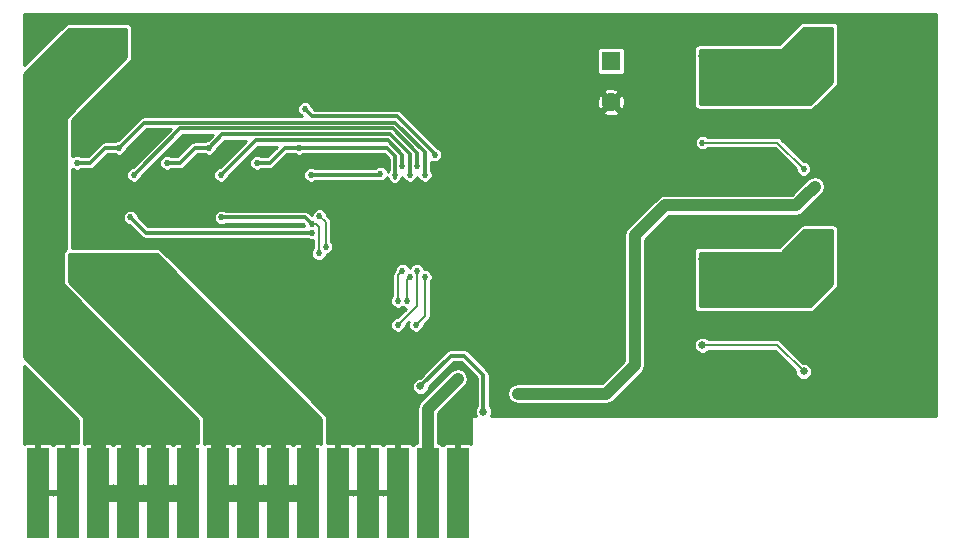
<source format=gbr>
G04 #@! TF.FileFunction,Copper,L2,Bot,Mixed*
%FSLAX46Y46*%
G04 Gerber Fmt 4.6, Leading zero omitted, Abs format (unit mm)*
G04 Created by KiCad (PCBNEW 4.0.7) date Tuesday, March 06, 2018 'AMt' 10:20:30 AM*
%MOMM*%
%LPD*%
G01*
G04 APERTURE LIST*
%ADD10C,0.100000*%
%ADD11C,0.660000*%
%ADD12C,0.520000*%
%ADD13R,1.905000X7.620000*%
%ADD14R,1.600000X1.600000*%
%ADD15C,1.600000*%
%ADD16C,0.300000*%
%ADD17C,1.000000*%
%ADD18C,0.200000*%
%ADD19C,0.260000*%
G04 APERTURE END LIST*
D10*
D11*
X103378000Y-124714000D03*
X119380000Y-111506000D03*
X87630000Y-130048000D03*
X58928000Y-96266000D03*
X58928000Y-97282000D03*
X59944000Y-97282000D03*
X59944000Y-96266000D03*
X60960000Y-96266000D03*
X60960000Y-97282000D03*
X61976000Y-97282000D03*
X61976000Y-96266000D03*
X62972000Y-96266000D03*
X62972000Y-97282000D03*
X105918000Y-111252000D03*
X105156000Y-119380000D03*
X107696000Y-120142000D03*
D12*
X98000000Y-119250000D03*
X98000000Y-118250000D03*
X97500000Y-118750000D03*
X96750000Y-119250000D03*
X97000000Y-118250000D03*
X96250000Y-118750000D03*
X95750000Y-119250000D03*
D11*
X91313000Y-123825000D03*
X81280000Y-129540000D03*
X83820000Y-129540000D03*
X90170000Y-129794000D03*
X90170000Y-128524000D03*
X62972000Y-115824000D03*
X62972000Y-114778000D03*
X61956000Y-115824000D03*
X61956000Y-114778000D03*
X60940000Y-115824000D03*
X60940000Y-114778000D03*
X59924000Y-115824000D03*
X59924000Y-114778000D03*
X58908000Y-115824000D03*
X122491500Y-116078000D03*
X122491500Y-115062000D03*
X122491500Y-114046000D03*
X122491500Y-113030000D03*
X122491500Y-99060000D03*
X122491500Y-98044000D03*
X122491500Y-97028000D03*
X130810000Y-102616000D03*
X130810000Y-119888000D03*
X106426000Y-126492000D03*
X100584000Y-106934000D03*
X93726000Y-100076000D03*
X93726000Y-94400000D03*
X56134000Y-95504000D03*
X110998000Y-99314000D03*
X110998000Y-116586000D03*
X115824000Y-109220000D03*
X114808000Y-107188000D03*
X115824000Y-126492000D03*
X114808000Y-124460000D03*
X81788000Y-115316000D03*
X80264000Y-121920000D03*
X73152000Y-114300000D03*
X72136000Y-114300000D03*
X72644000Y-115316000D03*
X71628000Y-115316000D03*
X72136000Y-116332000D03*
X73152000Y-116332000D03*
X73152000Y-119888000D03*
X64516000Y-113284000D03*
X93980000Y-123952000D03*
X93980000Y-122936000D03*
X100076000Y-119380000D03*
X100076000Y-118364000D03*
X93472000Y-116332000D03*
X93472000Y-110744000D03*
X92964000Y-115316000D03*
X93472000Y-111760000D03*
X92456000Y-119380000D03*
X84836000Y-113284000D03*
X90424000Y-110744000D03*
X86868000Y-111760000D03*
X87884000Y-111760000D03*
X87376000Y-100584000D03*
X86360000Y-100584000D03*
X87376000Y-101600000D03*
X86360000Y-101600000D03*
X113792000Y-102616000D03*
X114808000Y-102616000D03*
X115824000Y-102616000D03*
X116840000Y-102616000D03*
X116840000Y-119888000D03*
X115824000Y-119888000D03*
X114808000Y-119888000D03*
X113792000Y-119888000D03*
X80264000Y-109728000D03*
X73152000Y-108712000D03*
X73152000Y-109728000D03*
X72136000Y-109220000D03*
X72136000Y-110236000D03*
X65532000Y-108712000D03*
X64516000Y-109220000D03*
X65532000Y-109728000D03*
X64516000Y-110236000D03*
X65532000Y-110744000D03*
X57912000Y-129032000D03*
X57912000Y-128016000D03*
X56896000Y-128016000D03*
X56896000Y-127000000D03*
X55880000Y-127000000D03*
D13*
X78740000Y-134620000D03*
X76200000Y-134620000D03*
X73660000Y-134620000D03*
X71120000Y-134620000D03*
X68580000Y-134620000D03*
X66040000Y-134620000D03*
X63500000Y-134620000D03*
X60960000Y-134620000D03*
X58420000Y-134620000D03*
X55880000Y-134620000D03*
X83820000Y-134620000D03*
X91440000Y-134620000D03*
X88900000Y-134620000D03*
X86360000Y-134620000D03*
X81280000Y-134620000D03*
D14*
X104394000Y-98044000D03*
D15*
X104394000Y-101544000D03*
D11*
X55880000Y-125984000D03*
X122491500Y-96012000D03*
X58908000Y-114778000D03*
D12*
X95750000Y-118250000D03*
X89481014Y-105994842D03*
X78486000Y-102108000D03*
D11*
X120854000Y-109474000D03*
X121646000Y-108682000D03*
X96500000Y-126208000D03*
D12*
X120713500Y-107188000D03*
X112141000Y-104965500D03*
X84876375Y-107602688D03*
X78994000Y-107696000D03*
X86716000Y-106934000D03*
X71374000Y-107696000D03*
X64008000Y-107696000D03*
X87986000Y-106934000D03*
X80236420Y-113769300D03*
X79720000Y-111180000D03*
X79676410Y-114337370D03*
X79080000Y-111859987D03*
X71405326Y-111298346D03*
X79080000Y-112580000D03*
X63720000Y-111300000D03*
D11*
X112776000Y-100203000D03*
X112776000Y-101155500D03*
X113093500Y-97663000D03*
X112141000Y-97663000D03*
X113093500Y-114808000D03*
X112141000Y-114808000D03*
X112776000Y-117348000D03*
X112776000Y-118300500D03*
X93599000Y-127732000D03*
X88265000Y-125603000D03*
X120713500Y-124333000D03*
X112141000Y-122110500D03*
X91422756Y-124965151D03*
D12*
X86106000Y-107696000D03*
X77978000Y-105410000D03*
X74422000Y-106680000D03*
X87376000Y-107696000D03*
X66802000Y-106680000D03*
X70358000Y-105410000D03*
X88646000Y-107696000D03*
X59182000Y-106680000D03*
X62738000Y-105410000D03*
X86739309Y-115821230D03*
X86360000Y-118364000D03*
X87375335Y-116332707D03*
X87122000Y-118364000D03*
X87966955Y-115819513D03*
X86360000Y-120396000D03*
X88646000Y-116332000D03*
X87884000Y-120396000D03*
D16*
X78486000Y-102108000D02*
X79120927Y-102742927D01*
X79120927Y-102742927D02*
X86316538Y-102742927D01*
X86316538Y-102742927D02*
X89481014Y-105907403D01*
X89481014Y-105907403D02*
X89481014Y-105994842D01*
D17*
X120077999Y-110250001D02*
X120854000Y-109474000D01*
X120854000Y-109474000D02*
X121646000Y-108682000D01*
X96500000Y-126208000D02*
X104016232Y-126208000D01*
X104016232Y-126208000D02*
X106406000Y-123818232D01*
X106406000Y-123818232D02*
X106406000Y-112829530D01*
X106406000Y-112829530D02*
X108985529Y-110250001D01*
X108985529Y-110250001D02*
X120077999Y-110250001D01*
D18*
X112141000Y-104965500D02*
X118491000Y-104965500D01*
X118491000Y-104965500D02*
X120713500Y-107188000D01*
D16*
X84783063Y-107696000D02*
X84876375Y-107602688D01*
X78994000Y-107696000D02*
X84783063Y-107696000D01*
X86716000Y-105980531D02*
X86716000Y-106566305D01*
X86716000Y-106566305D02*
X86716000Y-106934000D01*
X71374000Y-107696000D02*
X74306174Y-104763826D01*
X74306174Y-104763826D02*
X85499295Y-104763826D01*
X85499295Y-104763826D02*
X86716000Y-105980531D01*
X67940196Y-103763804D02*
X64267999Y-107436001D01*
X87986000Y-105836287D02*
X85913517Y-103763804D01*
X87986000Y-106934000D02*
X87986000Y-105836287D01*
X85913517Y-103763804D02*
X67940196Y-103763804D01*
X64267999Y-107436001D02*
X64008000Y-107696000D01*
D18*
X79720000Y-111180000D02*
X80236420Y-111696420D01*
X80236420Y-111696420D02*
X80236420Y-113401605D01*
X80236420Y-113401605D02*
X80236420Y-113769300D01*
X79676410Y-112088702D02*
X79676410Y-113969675D01*
X79447695Y-111859987D02*
X79676410Y-112088702D01*
X79080000Y-111859987D02*
X79447695Y-111859987D01*
X79676410Y-113969675D02*
X79676410Y-114337370D01*
D16*
X78820001Y-111599988D02*
X79080000Y-111859987D01*
X71405326Y-111298346D02*
X78518359Y-111298346D01*
X78518359Y-111298346D02*
X78820001Y-111599988D01*
X65000000Y-112580000D02*
X63720000Y-111300000D01*
X79080000Y-112580000D02*
X65000000Y-112580000D01*
X88265000Y-125603000D02*
X90848848Y-123019152D01*
X90848848Y-123019152D02*
X91963517Y-123019152D01*
X91963517Y-123019152D02*
X93599000Y-124654635D01*
X93599000Y-124654635D02*
X93599000Y-127732000D01*
D18*
X112141000Y-122110500D02*
X118491000Y-122110500D01*
X118491000Y-122110500D02*
X120713500Y-124333000D01*
D17*
X91092757Y-125295150D02*
X91422756Y-124965151D01*
X88900000Y-134620000D02*
X88900000Y-127487907D01*
X88900000Y-127487907D02*
X91092757Y-125295150D01*
D16*
X85425258Y-105410000D02*
X77978000Y-105410000D01*
X86106000Y-106090742D02*
X85425258Y-105410000D01*
X86106000Y-107696000D02*
X86106000Y-106090742D01*
X86106000Y-107950000D02*
X86106000Y-107696000D01*
X74422000Y-106680000D02*
X75497212Y-106680000D01*
X75497212Y-106680000D02*
X76767212Y-105410000D01*
X76767212Y-105410000D02*
X77978000Y-105410000D01*
X87376000Y-107328305D02*
X87376000Y-107696000D01*
X87376000Y-105933409D02*
X87376000Y-107328305D01*
X85706406Y-104263815D02*
X87376000Y-105933409D01*
X71504185Y-104263815D02*
X85706406Y-104263815D01*
X70358000Y-105410000D02*
X71504185Y-104263815D01*
X70358000Y-105410000D02*
X69182078Y-105410000D01*
X69182078Y-105410000D02*
X67912078Y-106680000D01*
X67912078Y-106680000D02*
X66802000Y-106680000D01*
X62997999Y-105150001D02*
X62738000Y-105410000D01*
X88646000Y-107696000D02*
X88646000Y-105789165D01*
X88646000Y-105789165D02*
X86120628Y-103263793D01*
X86120628Y-103263793D02*
X64884207Y-103263793D01*
X64884207Y-103263793D02*
X62997999Y-105150001D01*
X62738000Y-105410000D02*
X61587415Y-105410000D01*
X61587415Y-105410000D02*
X60317415Y-106680000D01*
X60317415Y-106680000D02*
X59182000Y-106680000D01*
D18*
X86479310Y-116081229D02*
X86739309Y-115821230D01*
X86360000Y-116200539D02*
X86479310Y-116081229D01*
X86360000Y-118364000D02*
X86360000Y-116200539D01*
X87122000Y-116586042D02*
X87375335Y-116332707D01*
X87122000Y-118364000D02*
X87122000Y-116586042D01*
X86360000Y-120396000D02*
X87966955Y-118789045D01*
X87966955Y-118789045D02*
X87966955Y-115819513D01*
X87884000Y-120396000D02*
X88646000Y-119634000D01*
X88646000Y-119634000D02*
X88646000Y-116332000D01*
D19*
G36*
X79880000Y-128323848D02*
X79880000Y-130465532D01*
X79770076Y-130420000D01*
X79313750Y-130420000D01*
X79216250Y-130517500D01*
X79216250Y-134000000D01*
X79380000Y-134000000D01*
X79380000Y-135240000D01*
X79216250Y-135240000D01*
X79216250Y-135260000D01*
X78263750Y-135260000D01*
X78263750Y-135240000D01*
X77495000Y-135240000D01*
X77470000Y-135265000D01*
X77445000Y-135240000D01*
X76676250Y-135240000D01*
X76676250Y-135260000D01*
X75723750Y-135260000D01*
X75723750Y-135240000D01*
X74955000Y-135240000D01*
X74930000Y-135265000D01*
X74905000Y-135240000D01*
X74136250Y-135240000D01*
X74136250Y-135260000D01*
X73183750Y-135260000D01*
X73183750Y-135240000D01*
X72415000Y-135240000D01*
X72390000Y-135265000D01*
X72365000Y-135240000D01*
X71596250Y-135240000D01*
X71596250Y-135260000D01*
X70643750Y-135260000D01*
X70643750Y-135240000D01*
X70480000Y-135240000D01*
X70480000Y-134000000D01*
X70643750Y-134000000D01*
X70643750Y-130517500D01*
X71596250Y-130517500D01*
X71596250Y-134000000D01*
X72365000Y-134000000D01*
X72390000Y-133975000D01*
X72415000Y-134000000D01*
X73183750Y-134000000D01*
X73183750Y-130517500D01*
X74136250Y-130517500D01*
X74136250Y-134000000D01*
X74905000Y-134000000D01*
X74930000Y-133975000D01*
X74955000Y-134000000D01*
X75723750Y-134000000D01*
X75723750Y-130517500D01*
X76676250Y-130517500D01*
X76676250Y-134000000D01*
X77445000Y-134000000D01*
X77470000Y-133975000D01*
X77495000Y-134000000D01*
X78263750Y-134000000D01*
X78263750Y-130517500D01*
X78166250Y-130420000D01*
X77709924Y-130420000D01*
X77566583Y-130479374D01*
X77470000Y-130575957D01*
X77373417Y-130479374D01*
X77230076Y-130420000D01*
X76773750Y-130420000D01*
X76676250Y-130517500D01*
X75723750Y-130517500D01*
X75626250Y-130420000D01*
X75169924Y-130420000D01*
X75026583Y-130479374D01*
X74930000Y-130575957D01*
X74833417Y-130479374D01*
X74690076Y-130420000D01*
X74233750Y-130420000D01*
X74136250Y-130517500D01*
X73183750Y-130517500D01*
X73086250Y-130420000D01*
X72629924Y-130420000D01*
X72486583Y-130479374D01*
X72390000Y-130575957D01*
X72293417Y-130479374D01*
X72150076Y-130420000D01*
X71693750Y-130420000D01*
X71596250Y-130517500D01*
X70643750Y-130517500D01*
X70546250Y-130420000D01*
X70089924Y-130420000D01*
X69980000Y-130465532D01*
X69980000Y-128270000D01*
X69969758Y-128219423D01*
X69941924Y-128178076D01*
X58550000Y-116786152D01*
X58550000Y-114430000D01*
X65986152Y-114430000D01*
X79880000Y-128323848D01*
X79880000Y-128323848D01*
G37*
X79880000Y-128323848D02*
X79880000Y-130465532D01*
X79770076Y-130420000D01*
X79313750Y-130420000D01*
X79216250Y-130517500D01*
X79216250Y-134000000D01*
X79380000Y-134000000D01*
X79380000Y-135240000D01*
X79216250Y-135240000D01*
X79216250Y-135260000D01*
X78263750Y-135260000D01*
X78263750Y-135240000D01*
X77495000Y-135240000D01*
X77470000Y-135265000D01*
X77445000Y-135240000D01*
X76676250Y-135240000D01*
X76676250Y-135260000D01*
X75723750Y-135260000D01*
X75723750Y-135240000D01*
X74955000Y-135240000D01*
X74930000Y-135265000D01*
X74905000Y-135240000D01*
X74136250Y-135240000D01*
X74136250Y-135260000D01*
X73183750Y-135260000D01*
X73183750Y-135240000D01*
X72415000Y-135240000D01*
X72390000Y-135265000D01*
X72365000Y-135240000D01*
X71596250Y-135240000D01*
X71596250Y-135260000D01*
X70643750Y-135260000D01*
X70643750Y-135240000D01*
X70480000Y-135240000D01*
X70480000Y-134000000D01*
X70643750Y-134000000D01*
X70643750Y-130517500D01*
X71596250Y-130517500D01*
X71596250Y-134000000D01*
X72365000Y-134000000D01*
X72390000Y-133975000D01*
X72415000Y-134000000D01*
X73183750Y-134000000D01*
X73183750Y-130517500D01*
X74136250Y-130517500D01*
X74136250Y-134000000D01*
X74905000Y-134000000D01*
X74930000Y-133975000D01*
X74955000Y-134000000D01*
X75723750Y-134000000D01*
X75723750Y-130517500D01*
X76676250Y-130517500D01*
X76676250Y-134000000D01*
X77445000Y-134000000D01*
X77470000Y-133975000D01*
X77495000Y-134000000D01*
X78263750Y-134000000D01*
X78263750Y-130517500D01*
X78166250Y-130420000D01*
X77709924Y-130420000D01*
X77566583Y-130479374D01*
X77470000Y-130575957D01*
X77373417Y-130479374D01*
X77230076Y-130420000D01*
X76773750Y-130420000D01*
X76676250Y-130517500D01*
X75723750Y-130517500D01*
X75626250Y-130420000D01*
X75169924Y-130420000D01*
X75026583Y-130479374D01*
X74930000Y-130575957D01*
X74833417Y-130479374D01*
X74690076Y-130420000D01*
X74233750Y-130420000D01*
X74136250Y-130517500D01*
X73183750Y-130517500D01*
X73086250Y-130420000D01*
X72629924Y-130420000D01*
X72486583Y-130479374D01*
X72390000Y-130575957D01*
X72293417Y-130479374D01*
X72150076Y-130420000D01*
X71693750Y-130420000D01*
X71596250Y-130517500D01*
X70643750Y-130517500D01*
X70546250Y-130420000D01*
X70089924Y-130420000D01*
X69980000Y-130465532D01*
X69980000Y-128270000D01*
X69969758Y-128219423D01*
X69941924Y-128178076D01*
X58550000Y-116786152D01*
X58550000Y-114430000D01*
X65986152Y-114430000D01*
X79880000Y-128323848D01*
G36*
X59300000Y-128431544D02*
X59300000Y-130420000D01*
X58637500Y-130420000D01*
X58540000Y-130517500D01*
X58540000Y-134500000D01*
X58560000Y-134500000D01*
X58560000Y-134740000D01*
X58540000Y-134740000D01*
X58540000Y-134760000D01*
X58300000Y-134760000D01*
X58300000Y-134740000D01*
X57175000Y-134740000D01*
X57150000Y-134765000D01*
X57125000Y-134740000D01*
X56000000Y-134740000D01*
X56000000Y-134760000D01*
X55760000Y-134760000D01*
X55760000Y-134740000D01*
X55740000Y-134740000D01*
X55740000Y-134500000D01*
X55760000Y-134500000D01*
X55760000Y-130517500D01*
X56000000Y-130517500D01*
X56000000Y-134500000D01*
X57125000Y-134500000D01*
X57150000Y-134475000D01*
X57175000Y-134500000D01*
X58300000Y-134500000D01*
X58300000Y-130517500D01*
X58202500Y-130420000D01*
X57389924Y-130420000D01*
X57246583Y-130479374D01*
X57150000Y-130575957D01*
X57053417Y-130479374D01*
X56910076Y-130420000D01*
X56097500Y-130420000D01*
X56000000Y-130517500D01*
X55760000Y-130517500D01*
X55662500Y-130420000D01*
X54849924Y-130420000D01*
X54740000Y-130465532D01*
X54740000Y-123871544D01*
X59300000Y-128431544D01*
X59300000Y-128431544D01*
G37*
X59300000Y-128431544D02*
X59300000Y-130420000D01*
X58637500Y-130420000D01*
X58540000Y-130517500D01*
X58540000Y-134500000D01*
X58560000Y-134500000D01*
X58560000Y-134740000D01*
X58540000Y-134740000D01*
X58540000Y-134760000D01*
X58300000Y-134760000D01*
X58300000Y-134740000D01*
X57175000Y-134740000D01*
X57150000Y-134765000D01*
X57125000Y-134740000D01*
X56000000Y-134740000D01*
X56000000Y-134760000D01*
X55760000Y-134760000D01*
X55760000Y-134740000D01*
X55740000Y-134740000D01*
X55740000Y-134500000D01*
X55760000Y-134500000D01*
X55760000Y-130517500D01*
X56000000Y-130517500D01*
X56000000Y-134500000D01*
X57125000Y-134500000D01*
X57150000Y-134475000D01*
X57175000Y-134500000D01*
X58300000Y-134500000D01*
X58300000Y-130517500D01*
X58202500Y-130420000D01*
X57389924Y-130420000D01*
X57246583Y-130479374D01*
X57150000Y-130575957D01*
X57053417Y-130479374D01*
X56910076Y-130420000D01*
X56097500Y-130420000D01*
X56000000Y-130517500D01*
X55760000Y-130517500D01*
X55662500Y-130420000D01*
X54849924Y-130420000D01*
X54740000Y-130465532D01*
X54740000Y-123871544D01*
X59300000Y-128431544D01*
G36*
X131950000Y-128140000D02*
X94209189Y-128140000D01*
X94318875Y-127875845D01*
X94319125Y-127589411D01*
X94209743Y-127324685D01*
X94139000Y-127253819D01*
X94139000Y-126208000D01*
X95610000Y-126208000D01*
X95677747Y-126548588D01*
X95870675Y-126837325D01*
X96159412Y-127030253D01*
X96500000Y-127098000D01*
X104016232Y-127098000D01*
X104356821Y-127030253D01*
X104645557Y-126837325D01*
X107035325Y-124447557D01*
X107228253Y-124158821D01*
X107296000Y-123818232D01*
X107296000Y-122253089D01*
X111420875Y-122253089D01*
X111530257Y-122517815D01*
X111732620Y-122720531D01*
X111997155Y-122830375D01*
X112283589Y-122830625D01*
X112548315Y-122721243D01*
X112669269Y-122600500D01*
X118288036Y-122600500D01*
X119993523Y-124305988D01*
X119993375Y-124475589D01*
X120102757Y-124740315D01*
X120305120Y-124943031D01*
X120569655Y-125052875D01*
X120856089Y-125053125D01*
X121120815Y-124943743D01*
X121323531Y-124741380D01*
X121433375Y-124476845D01*
X121433625Y-124190411D01*
X121324243Y-123925685D01*
X121121880Y-123722969D01*
X120857345Y-123613125D01*
X120686441Y-123612976D01*
X118837482Y-121764018D01*
X118678515Y-121657799D01*
X118491000Y-121620500D01*
X112669202Y-121620500D01*
X112549380Y-121500469D01*
X112284845Y-121390625D01*
X111998411Y-121390375D01*
X111733685Y-121499757D01*
X111530969Y-121702120D01*
X111421125Y-121966655D01*
X111420875Y-122253089D01*
X107296000Y-122253089D01*
X107296000Y-114950589D01*
X111420875Y-114950589D01*
X111433500Y-114981144D01*
X111433500Y-118935500D01*
X111460172Y-119077248D01*
X111543945Y-119207436D01*
X111671768Y-119294773D01*
X111823500Y-119325500D01*
X121348500Y-119325500D01*
X121495254Y-119296835D01*
X121624272Y-119211272D01*
X123529272Y-117306272D01*
X123612773Y-117182232D01*
X123643500Y-117030500D01*
X123643500Y-112268000D01*
X123616828Y-112126252D01*
X123533055Y-111996064D01*
X123405232Y-111908727D01*
X123253500Y-111878000D01*
X120713500Y-111878000D01*
X120566746Y-111906665D01*
X120437728Y-111992228D01*
X118646956Y-113783000D01*
X111823500Y-113783000D01*
X111681752Y-113809672D01*
X111551564Y-113893445D01*
X111464227Y-114021268D01*
X111433500Y-114173000D01*
X111433500Y-114634353D01*
X111421125Y-114664155D01*
X111420875Y-114950589D01*
X107296000Y-114950589D01*
X107296000Y-113198180D01*
X109354179Y-111140001D01*
X120077999Y-111140001D01*
X120418588Y-111072254D01*
X120707324Y-110879326D01*
X122275325Y-109311325D01*
X122468253Y-109022589D01*
X122536000Y-108682000D01*
X122468253Y-108341412D01*
X122275325Y-108052675D01*
X121986588Y-107859747D01*
X121646000Y-107792000D01*
X121305411Y-107859747D01*
X121016675Y-108052675D01*
X119709349Y-109360001D01*
X108985529Y-109360001D01*
X108644940Y-109427748D01*
X108356204Y-109620676D01*
X105776675Y-112200205D01*
X105583747Y-112488941D01*
X105573312Y-112541403D01*
X105516000Y-112829530D01*
X105516000Y-123449582D01*
X103647582Y-125318000D01*
X96500000Y-125318000D01*
X96159412Y-125385747D01*
X95870675Y-125578675D01*
X95677747Y-125867412D01*
X95610000Y-126208000D01*
X94139000Y-126208000D01*
X94139000Y-124654635D01*
X94097895Y-124447986D01*
X93980838Y-124272797D01*
X93980835Y-124272795D01*
X92345355Y-122637314D01*
X92170166Y-122520257D01*
X91963517Y-122479152D01*
X90848853Y-122479152D01*
X90848848Y-122479151D01*
X90642199Y-122520257D01*
X90467010Y-122637314D01*
X88221363Y-124882961D01*
X88122411Y-124882875D01*
X87857685Y-124992257D01*
X87654969Y-125194620D01*
X87545125Y-125459155D01*
X87544875Y-125745589D01*
X87654257Y-126010315D01*
X87856620Y-126213031D01*
X88121155Y-126322875D01*
X88407589Y-126323125D01*
X88672315Y-126213743D01*
X88875031Y-126011380D01*
X88984875Y-125746845D01*
X88984962Y-125646714D01*
X91072524Y-123559152D01*
X91739841Y-123559152D01*
X93059000Y-124878310D01*
X93059000Y-127253711D01*
X92988969Y-127323620D01*
X92879125Y-127588155D01*
X92878875Y-127874589D01*
X92988257Y-128139315D01*
X92988941Y-128140000D01*
X92710000Y-128140000D01*
X92659423Y-128150242D01*
X92616815Y-128179355D01*
X92588891Y-128222751D01*
X92580000Y-128270000D01*
X92580000Y-130465532D01*
X92470076Y-130420000D01*
X91657500Y-130420000D01*
X91560000Y-130517500D01*
X91560000Y-134500000D01*
X91580000Y-134500000D01*
X91580000Y-134740000D01*
X91560000Y-134740000D01*
X91560000Y-134760000D01*
X91320000Y-134760000D01*
X91320000Y-134740000D01*
X91300000Y-134740000D01*
X91300000Y-134500000D01*
X91320000Y-134500000D01*
X91320000Y-130517500D01*
X91222500Y-130420000D01*
X90409924Y-130420000D01*
X90266583Y-130479374D01*
X90167166Y-130578791D01*
X90137531Y-130532737D01*
X90007204Y-130443688D01*
X89852500Y-130412360D01*
X89790000Y-130412360D01*
X89790000Y-127856557D01*
X92052081Y-125594476D01*
X92245009Y-125305740D01*
X92312756Y-124965151D01*
X92245009Y-124624562D01*
X92052081Y-124335826D01*
X91763345Y-124142898D01*
X91422756Y-124075151D01*
X91082167Y-124142898D01*
X90793431Y-124335826D01*
X88270675Y-126858582D01*
X88077747Y-127147318D01*
X88077747Y-127147319D01*
X88010000Y-127487907D01*
X88010000Y-130412360D01*
X87947500Y-130412360D01*
X87802975Y-130439554D01*
X87670237Y-130524969D01*
X87633207Y-130579164D01*
X87533417Y-130479374D01*
X87390076Y-130420000D01*
X86577500Y-130420000D01*
X86480000Y-130517500D01*
X86480000Y-134500000D01*
X86500000Y-134500000D01*
X86500000Y-134740000D01*
X86480000Y-134740000D01*
X86480000Y-134760000D01*
X86240000Y-134760000D01*
X86240000Y-134740000D01*
X85115000Y-134740000D01*
X85090000Y-134765000D01*
X85065000Y-134740000D01*
X83940000Y-134740000D01*
X83940000Y-134760000D01*
X83700000Y-134760000D01*
X83700000Y-134740000D01*
X82575000Y-134740000D01*
X82550000Y-134765000D01*
X82525000Y-134740000D01*
X81400000Y-134740000D01*
X81400000Y-134760000D01*
X81160000Y-134760000D01*
X81160000Y-134740000D01*
X81140000Y-134740000D01*
X81140000Y-134500000D01*
X81160000Y-134500000D01*
X81160000Y-130517500D01*
X81400000Y-130517500D01*
X81400000Y-134500000D01*
X82525000Y-134500000D01*
X82550000Y-134475000D01*
X82575000Y-134500000D01*
X83700000Y-134500000D01*
X83700000Y-130517500D01*
X83940000Y-130517500D01*
X83940000Y-134500000D01*
X85065000Y-134500000D01*
X85090000Y-134475000D01*
X85115000Y-134500000D01*
X86240000Y-134500000D01*
X86240000Y-130517500D01*
X86142500Y-130420000D01*
X85329924Y-130420000D01*
X85186583Y-130479374D01*
X85090000Y-130575957D01*
X84993417Y-130479374D01*
X84850076Y-130420000D01*
X84037500Y-130420000D01*
X83940000Y-130517500D01*
X83700000Y-130517500D01*
X83602500Y-130420000D01*
X82789924Y-130420000D01*
X82646583Y-130479374D01*
X82550000Y-130575957D01*
X82453417Y-130479374D01*
X82310076Y-130420000D01*
X81497500Y-130420000D01*
X81400000Y-130517500D01*
X81160000Y-130517500D01*
X81062500Y-130420000D01*
X80400000Y-130420000D01*
X80400000Y-128270000D01*
X80371335Y-128123246D01*
X80285772Y-127994228D01*
X70784270Y-118492726D01*
X85709888Y-118492726D01*
X85808636Y-118731714D01*
X85991324Y-118914722D01*
X86230140Y-119013887D01*
X86488726Y-119014112D01*
X86727714Y-118915364D01*
X86740862Y-118902239D01*
X86753324Y-118914722D01*
X86992140Y-119013887D01*
X87049099Y-119013937D01*
X86317073Y-119745963D01*
X86231274Y-119745888D01*
X85992286Y-119844636D01*
X85809278Y-120027324D01*
X85710113Y-120266140D01*
X85709888Y-120524726D01*
X85808636Y-120763714D01*
X85991324Y-120946722D01*
X86230140Y-121045887D01*
X86488726Y-121046112D01*
X86727714Y-120947364D01*
X86910722Y-120764676D01*
X87009887Y-120525860D01*
X87009963Y-120439002D01*
X87270533Y-120178432D01*
X87234113Y-120266140D01*
X87233888Y-120524726D01*
X87332636Y-120763714D01*
X87515324Y-120946722D01*
X87754140Y-121045887D01*
X88012726Y-121046112D01*
X88251714Y-120947364D01*
X88434722Y-120764676D01*
X88533887Y-120525860D01*
X88533963Y-120439002D01*
X88992483Y-119980482D01*
X89098701Y-119821515D01*
X89136000Y-119634000D01*
X89136000Y-116761292D01*
X89196722Y-116700676D01*
X89295887Y-116461860D01*
X89296112Y-116203274D01*
X89197364Y-115964286D01*
X89014676Y-115781278D01*
X88775860Y-115682113D01*
X88613425Y-115681972D01*
X88518319Y-115451799D01*
X88335631Y-115268791D01*
X88096815Y-115169626D01*
X87838229Y-115169401D01*
X87599241Y-115268149D01*
X87416233Y-115450837D01*
X87352743Y-115603737D01*
X87290673Y-115453516D01*
X87107985Y-115270508D01*
X86869169Y-115171343D01*
X86610583Y-115171118D01*
X86371595Y-115269866D01*
X86188587Y-115452554D01*
X86089422Y-115691370D01*
X86089346Y-115778229D01*
X86013518Y-115854057D01*
X85907299Y-116013024D01*
X85870000Y-116200539D01*
X85870000Y-117934708D01*
X85809278Y-117995324D01*
X85710113Y-118234140D01*
X85709888Y-118492726D01*
X70784270Y-118492726D01*
X66315772Y-114024228D01*
X66191732Y-113940727D01*
X66040000Y-113910000D01*
X58810000Y-113910000D01*
X58810000Y-111428726D01*
X63069888Y-111428726D01*
X63168636Y-111667714D01*
X63351324Y-111850722D01*
X63590140Y-111949887D01*
X63606225Y-111949901D01*
X64618160Y-112961835D01*
X64618162Y-112961838D01*
X64793351Y-113078895D01*
X65000000Y-113120000D01*
X78700621Y-113120000D01*
X78711324Y-113130722D01*
X78950140Y-113229887D01*
X79186410Y-113230093D01*
X79186410Y-113908078D01*
X79125688Y-113968694D01*
X79026523Y-114207510D01*
X79026298Y-114466096D01*
X79125046Y-114705084D01*
X79307734Y-114888092D01*
X79546550Y-114987257D01*
X79805136Y-114987482D01*
X80044124Y-114888734D01*
X80227132Y-114706046D01*
X80326297Y-114467230D01*
X80326339Y-114419378D01*
X80365146Y-114419412D01*
X80604134Y-114320664D01*
X80787142Y-114137976D01*
X80886307Y-113899160D01*
X80886532Y-113640574D01*
X80787784Y-113401586D01*
X80726420Y-113340115D01*
X80726420Y-111696420D01*
X80689121Y-111508905D01*
X80582902Y-111349938D01*
X80370037Y-111137073D01*
X80370112Y-111051274D01*
X80271364Y-110812286D01*
X80088676Y-110629278D01*
X79849860Y-110530113D01*
X79591274Y-110529888D01*
X79352286Y-110628636D01*
X79169278Y-110811324D01*
X79070113Y-111050140D01*
X79070081Y-111086392D01*
X78900197Y-110916508D01*
X78725008Y-110799451D01*
X78518359Y-110758346D01*
X71784705Y-110758346D01*
X71774002Y-110747624D01*
X71535186Y-110648459D01*
X71276600Y-110648234D01*
X71037612Y-110746982D01*
X70854604Y-110929670D01*
X70755439Y-111168486D01*
X70755214Y-111427072D01*
X70853962Y-111666060D01*
X71036650Y-111849068D01*
X71275466Y-111948233D01*
X71534052Y-111948458D01*
X71773040Y-111849710D01*
X71784424Y-111838346D01*
X78294683Y-111838346D01*
X78429901Y-111973564D01*
X78429888Y-111988713D01*
X78451079Y-112040000D01*
X65223675Y-112040000D01*
X64370099Y-111186423D01*
X64370112Y-111171274D01*
X64271364Y-110932286D01*
X64088676Y-110749278D01*
X63849860Y-110650113D01*
X63591274Y-110649888D01*
X63352286Y-110748636D01*
X63169278Y-110931324D01*
X63070113Y-111170140D01*
X63069888Y-111428726D01*
X58810000Y-111428726D01*
X58810000Y-107227392D01*
X58813324Y-107230722D01*
X59052140Y-107329887D01*
X59310726Y-107330112D01*
X59549714Y-107231364D01*
X59561098Y-107220000D01*
X60317415Y-107220000D01*
X60524064Y-107178895D01*
X60699253Y-107061838D01*
X61811091Y-105950000D01*
X62358621Y-105950000D01*
X62369324Y-105960722D01*
X62608140Y-106059887D01*
X62866726Y-106060112D01*
X63105714Y-105961364D01*
X63288722Y-105778676D01*
X63387887Y-105539860D01*
X63387901Y-105523775D01*
X65107883Y-103803793D01*
X67136531Y-103803793D01*
X63894423Y-107045901D01*
X63879274Y-107045888D01*
X63640286Y-107144636D01*
X63457278Y-107327324D01*
X63358113Y-107566140D01*
X63357888Y-107824726D01*
X63456636Y-108063714D01*
X63639324Y-108246722D01*
X63878140Y-108345887D01*
X64136726Y-108346112D01*
X64375714Y-108247364D01*
X64558722Y-108064676D01*
X64657887Y-107825860D01*
X64657901Y-107809775D01*
X68163872Y-104303804D01*
X70700521Y-104303804D01*
X70244423Y-104759901D01*
X70229274Y-104759888D01*
X69990286Y-104858636D01*
X69978902Y-104870000D01*
X69182078Y-104870000D01*
X68975429Y-104911105D01*
X68800240Y-105028162D01*
X67688402Y-106140000D01*
X67181379Y-106140000D01*
X67170676Y-106129278D01*
X66931860Y-106030113D01*
X66673274Y-106029888D01*
X66434286Y-106128636D01*
X66251278Y-106311324D01*
X66152113Y-106550140D01*
X66151888Y-106808726D01*
X66250636Y-107047714D01*
X66433324Y-107230722D01*
X66672140Y-107329887D01*
X66930726Y-107330112D01*
X67169714Y-107231364D01*
X67181098Y-107220000D01*
X67912078Y-107220000D01*
X68118727Y-107178895D01*
X68293916Y-107061838D01*
X69405754Y-105950000D01*
X69978621Y-105950000D01*
X69989324Y-105960722D01*
X70228140Y-106059887D01*
X70486726Y-106060112D01*
X70725714Y-105961364D01*
X70908722Y-105778676D01*
X71007887Y-105539860D01*
X71007901Y-105523775D01*
X71727860Y-104803815D01*
X73502510Y-104803815D01*
X71260423Y-107045901D01*
X71245274Y-107045888D01*
X71006286Y-107144636D01*
X70823278Y-107327324D01*
X70724113Y-107566140D01*
X70723888Y-107824726D01*
X70822636Y-108063714D01*
X71005324Y-108246722D01*
X71244140Y-108345887D01*
X71502726Y-108346112D01*
X71741714Y-108247364D01*
X71924722Y-108064676D01*
X72023887Y-107825860D01*
X72023901Y-107809775D01*
X74529849Y-105303826D01*
X76109710Y-105303826D01*
X75273536Y-106140000D01*
X74801379Y-106140000D01*
X74790676Y-106129278D01*
X74551860Y-106030113D01*
X74293274Y-106029888D01*
X74054286Y-106128636D01*
X73871278Y-106311324D01*
X73772113Y-106550140D01*
X73771888Y-106808726D01*
X73870636Y-107047714D01*
X74053324Y-107230722D01*
X74292140Y-107329887D01*
X74550726Y-107330112D01*
X74789714Y-107231364D01*
X74801098Y-107220000D01*
X75497212Y-107220000D01*
X75703861Y-107178895D01*
X75879050Y-107061838D01*
X76990888Y-105950000D01*
X77598621Y-105950000D01*
X77609324Y-105960722D01*
X77848140Y-106059887D01*
X78106726Y-106060112D01*
X78345714Y-105961364D01*
X78357098Y-105950000D01*
X85201582Y-105950000D01*
X85566000Y-106314417D01*
X85566000Y-107316621D01*
X85555278Y-107327324D01*
X85510477Y-107435216D01*
X85427739Y-107234974D01*
X85245051Y-107051966D01*
X85006235Y-106952801D01*
X84747649Y-106952576D01*
X84508661Y-107051324D01*
X84403802Y-107156000D01*
X79373379Y-107156000D01*
X79362676Y-107145278D01*
X79123860Y-107046113D01*
X78865274Y-107045888D01*
X78626286Y-107144636D01*
X78443278Y-107327324D01*
X78344113Y-107566140D01*
X78343888Y-107824726D01*
X78442636Y-108063714D01*
X78625324Y-108246722D01*
X78864140Y-108345887D01*
X79122726Y-108346112D01*
X79361714Y-108247364D01*
X79373098Y-108236000D01*
X84706598Y-108236000D01*
X84746515Y-108252575D01*
X85005101Y-108252800D01*
X85244089Y-108154052D01*
X85427097Y-107971364D01*
X85471898Y-107863472D01*
X85554636Y-108063714D01*
X85597076Y-108106228D01*
X85607105Y-108156649D01*
X85724162Y-108331838D01*
X85899351Y-108448895D01*
X86106000Y-108490000D01*
X86312649Y-108448895D01*
X86487838Y-108331838D01*
X86604895Y-108156649D01*
X86614882Y-108106443D01*
X86656722Y-108064676D01*
X86741085Y-107861506D01*
X86824636Y-108063714D01*
X87007324Y-108246722D01*
X87246140Y-108345887D01*
X87504726Y-108346112D01*
X87743714Y-108247364D01*
X87926722Y-108064676D01*
X88011085Y-107861506D01*
X88094636Y-108063714D01*
X88277324Y-108246722D01*
X88516140Y-108345887D01*
X88774726Y-108346112D01*
X89013714Y-108247364D01*
X89196722Y-108064676D01*
X89295887Y-107825860D01*
X89296112Y-107567274D01*
X89197364Y-107328286D01*
X89186000Y-107316902D01*
X89186000Y-106576151D01*
X89351154Y-106644729D01*
X89609740Y-106644954D01*
X89848728Y-106546206D01*
X90031736Y-106363518D01*
X90130901Y-106124702D01*
X90131126Y-105866116D01*
X90032378Y-105627128D01*
X89849690Y-105444120D01*
X89732920Y-105395633D01*
X89431513Y-105094226D01*
X111490888Y-105094226D01*
X111589636Y-105333214D01*
X111772324Y-105516222D01*
X112011140Y-105615387D01*
X112269726Y-105615612D01*
X112508714Y-105516864D01*
X112570185Y-105455500D01*
X118288036Y-105455500D01*
X120063463Y-107230928D01*
X120063388Y-107316726D01*
X120162136Y-107555714D01*
X120344824Y-107738722D01*
X120583640Y-107837887D01*
X120842226Y-107838112D01*
X121081214Y-107739364D01*
X121264222Y-107556676D01*
X121363387Y-107317860D01*
X121363612Y-107059274D01*
X121264864Y-106820286D01*
X121082176Y-106637278D01*
X120843360Y-106538113D01*
X120756502Y-106538037D01*
X118837482Y-104619018D01*
X118678515Y-104512799D01*
X118491000Y-104475500D01*
X112570292Y-104475500D01*
X112509676Y-104414778D01*
X112270860Y-104315613D01*
X112012274Y-104315388D01*
X111773286Y-104414136D01*
X111590278Y-104596824D01*
X111491113Y-104835640D01*
X111490888Y-105094226D01*
X89431513Y-105094226D01*
X86750563Y-102413276D01*
X103694430Y-102413276D01*
X103781411Y-102591312D01*
X104228831Y-102746018D01*
X104701396Y-102717727D01*
X105006589Y-102591312D01*
X105093570Y-102413276D01*
X104394000Y-101713706D01*
X103694430Y-102413276D01*
X86750563Y-102413276D01*
X86698376Y-102361089D01*
X86523187Y-102244032D01*
X86316538Y-102202927D01*
X79344602Y-102202927D01*
X79136099Y-101994423D01*
X79136112Y-101979274D01*
X79037364Y-101740286D01*
X78854676Y-101557278D01*
X78615860Y-101458113D01*
X78357274Y-101457888D01*
X78118286Y-101556636D01*
X77935278Y-101739324D01*
X77836113Y-101978140D01*
X77835888Y-102236726D01*
X77934636Y-102475714D01*
X78117324Y-102658722D01*
X78274032Y-102723793D01*
X64884212Y-102723793D01*
X64884207Y-102723792D01*
X64677558Y-102764898D01*
X64502369Y-102881955D01*
X62624423Y-104759901D01*
X62609274Y-104759888D01*
X62370286Y-104858636D01*
X62358902Y-104870000D01*
X61587415Y-104870000D01*
X61380766Y-104911105D01*
X61205577Y-105028162D01*
X60093739Y-106140000D01*
X59561379Y-106140000D01*
X59550676Y-106129278D01*
X59311860Y-106030113D01*
X59053274Y-106029888D01*
X58814286Y-106128636D01*
X58810000Y-106132915D01*
X58810000Y-103031544D01*
X60462713Y-101378831D01*
X103191982Y-101378831D01*
X103220273Y-101851396D01*
X103346688Y-102156589D01*
X103524724Y-102243570D01*
X104224294Y-101544000D01*
X104563706Y-101544000D01*
X105263276Y-102243570D01*
X105441312Y-102156589D01*
X105596018Y-101709169D01*
X105567727Y-101236604D01*
X105441312Y-100931411D01*
X105263276Y-100844430D01*
X104563706Y-101544000D01*
X104224294Y-101544000D01*
X103524724Y-100844430D01*
X103346688Y-100931411D01*
X103191982Y-101378831D01*
X60462713Y-101378831D01*
X61166820Y-100674724D01*
X103694430Y-100674724D01*
X104394000Y-101374294D01*
X105093570Y-100674724D01*
X105006589Y-100496688D01*
X104559169Y-100341982D01*
X104086604Y-100370273D01*
X103781411Y-100496688D01*
X103694430Y-100674724D01*
X61166820Y-100674724D01*
X63775772Y-98065772D01*
X63859273Y-97941732D01*
X63890000Y-97790000D01*
X63890000Y-97244000D01*
X103196360Y-97244000D01*
X103196360Y-98844000D01*
X103223554Y-98988525D01*
X103308969Y-99121263D01*
X103439296Y-99210312D01*
X103594000Y-99241640D01*
X105194000Y-99241640D01*
X105338525Y-99214446D01*
X105471263Y-99129031D01*
X105560312Y-98998704D01*
X105591640Y-98844000D01*
X105591640Y-97805589D01*
X111420875Y-97805589D01*
X111433500Y-97836144D01*
X111433500Y-101790500D01*
X111460172Y-101932248D01*
X111543945Y-102062436D01*
X111671768Y-102149773D01*
X111823500Y-102180500D01*
X121348500Y-102180500D01*
X121495254Y-102151835D01*
X121624272Y-102066272D01*
X123529272Y-100161272D01*
X123612773Y-100037232D01*
X123643500Y-99885500D01*
X123643500Y-95123000D01*
X123616828Y-94981252D01*
X123533055Y-94851064D01*
X123405232Y-94763727D01*
X123253500Y-94733000D01*
X120713500Y-94733000D01*
X120566746Y-94761665D01*
X120437728Y-94847228D01*
X118646956Y-96638000D01*
X111823500Y-96638000D01*
X111681752Y-96664672D01*
X111551564Y-96748445D01*
X111464227Y-96876268D01*
X111433500Y-97028000D01*
X111433500Y-97489353D01*
X111421125Y-97519155D01*
X111420875Y-97805589D01*
X105591640Y-97805589D01*
X105591640Y-97244000D01*
X105564446Y-97099475D01*
X105479031Y-96966737D01*
X105348704Y-96877688D01*
X105194000Y-96846360D01*
X103594000Y-96846360D01*
X103449475Y-96873554D01*
X103316737Y-96958969D01*
X103227688Y-97089296D01*
X103196360Y-97244000D01*
X63890000Y-97244000D01*
X63890000Y-95250000D01*
X63863328Y-95108252D01*
X63779555Y-94978064D01*
X63651732Y-94890727D01*
X63500000Y-94860000D01*
X58420000Y-94860000D01*
X58273246Y-94888665D01*
X58144228Y-94974228D01*
X54740000Y-98378456D01*
X54740000Y-94110000D01*
X131950000Y-94110000D01*
X131950000Y-128140000D01*
X131950000Y-128140000D01*
G37*
X131950000Y-128140000D02*
X94209189Y-128140000D01*
X94318875Y-127875845D01*
X94319125Y-127589411D01*
X94209743Y-127324685D01*
X94139000Y-127253819D01*
X94139000Y-126208000D01*
X95610000Y-126208000D01*
X95677747Y-126548588D01*
X95870675Y-126837325D01*
X96159412Y-127030253D01*
X96500000Y-127098000D01*
X104016232Y-127098000D01*
X104356821Y-127030253D01*
X104645557Y-126837325D01*
X107035325Y-124447557D01*
X107228253Y-124158821D01*
X107296000Y-123818232D01*
X107296000Y-122253089D01*
X111420875Y-122253089D01*
X111530257Y-122517815D01*
X111732620Y-122720531D01*
X111997155Y-122830375D01*
X112283589Y-122830625D01*
X112548315Y-122721243D01*
X112669269Y-122600500D01*
X118288036Y-122600500D01*
X119993523Y-124305988D01*
X119993375Y-124475589D01*
X120102757Y-124740315D01*
X120305120Y-124943031D01*
X120569655Y-125052875D01*
X120856089Y-125053125D01*
X121120815Y-124943743D01*
X121323531Y-124741380D01*
X121433375Y-124476845D01*
X121433625Y-124190411D01*
X121324243Y-123925685D01*
X121121880Y-123722969D01*
X120857345Y-123613125D01*
X120686441Y-123612976D01*
X118837482Y-121764018D01*
X118678515Y-121657799D01*
X118491000Y-121620500D01*
X112669202Y-121620500D01*
X112549380Y-121500469D01*
X112284845Y-121390625D01*
X111998411Y-121390375D01*
X111733685Y-121499757D01*
X111530969Y-121702120D01*
X111421125Y-121966655D01*
X111420875Y-122253089D01*
X107296000Y-122253089D01*
X107296000Y-114950589D01*
X111420875Y-114950589D01*
X111433500Y-114981144D01*
X111433500Y-118935500D01*
X111460172Y-119077248D01*
X111543945Y-119207436D01*
X111671768Y-119294773D01*
X111823500Y-119325500D01*
X121348500Y-119325500D01*
X121495254Y-119296835D01*
X121624272Y-119211272D01*
X123529272Y-117306272D01*
X123612773Y-117182232D01*
X123643500Y-117030500D01*
X123643500Y-112268000D01*
X123616828Y-112126252D01*
X123533055Y-111996064D01*
X123405232Y-111908727D01*
X123253500Y-111878000D01*
X120713500Y-111878000D01*
X120566746Y-111906665D01*
X120437728Y-111992228D01*
X118646956Y-113783000D01*
X111823500Y-113783000D01*
X111681752Y-113809672D01*
X111551564Y-113893445D01*
X111464227Y-114021268D01*
X111433500Y-114173000D01*
X111433500Y-114634353D01*
X111421125Y-114664155D01*
X111420875Y-114950589D01*
X107296000Y-114950589D01*
X107296000Y-113198180D01*
X109354179Y-111140001D01*
X120077999Y-111140001D01*
X120418588Y-111072254D01*
X120707324Y-110879326D01*
X122275325Y-109311325D01*
X122468253Y-109022589D01*
X122536000Y-108682000D01*
X122468253Y-108341412D01*
X122275325Y-108052675D01*
X121986588Y-107859747D01*
X121646000Y-107792000D01*
X121305411Y-107859747D01*
X121016675Y-108052675D01*
X119709349Y-109360001D01*
X108985529Y-109360001D01*
X108644940Y-109427748D01*
X108356204Y-109620676D01*
X105776675Y-112200205D01*
X105583747Y-112488941D01*
X105573312Y-112541403D01*
X105516000Y-112829530D01*
X105516000Y-123449582D01*
X103647582Y-125318000D01*
X96500000Y-125318000D01*
X96159412Y-125385747D01*
X95870675Y-125578675D01*
X95677747Y-125867412D01*
X95610000Y-126208000D01*
X94139000Y-126208000D01*
X94139000Y-124654635D01*
X94097895Y-124447986D01*
X93980838Y-124272797D01*
X93980835Y-124272795D01*
X92345355Y-122637314D01*
X92170166Y-122520257D01*
X91963517Y-122479152D01*
X90848853Y-122479152D01*
X90848848Y-122479151D01*
X90642199Y-122520257D01*
X90467010Y-122637314D01*
X88221363Y-124882961D01*
X88122411Y-124882875D01*
X87857685Y-124992257D01*
X87654969Y-125194620D01*
X87545125Y-125459155D01*
X87544875Y-125745589D01*
X87654257Y-126010315D01*
X87856620Y-126213031D01*
X88121155Y-126322875D01*
X88407589Y-126323125D01*
X88672315Y-126213743D01*
X88875031Y-126011380D01*
X88984875Y-125746845D01*
X88984962Y-125646714D01*
X91072524Y-123559152D01*
X91739841Y-123559152D01*
X93059000Y-124878310D01*
X93059000Y-127253711D01*
X92988969Y-127323620D01*
X92879125Y-127588155D01*
X92878875Y-127874589D01*
X92988257Y-128139315D01*
X92988941Y-128140000D01*
X92710000Y-128140000D01*
X92659423Y-128150242D01*
X92616815Y-128179355D01*
X92588891Y-128222751D01*
X92580000Y-128270000D01*
X92580000Y-130465532D01*
X92470076Y-130420000D01*
X91657500Y-130420000D01*
X91560000Y-130517500D01*
X91560000Y-134500000D01*
X91580000Y-134500000D01*
X91580000Y-134740000D01*
X91560000Y-134740000D01*
X91560000Y-134760000D01*
X91320000Y-134760000D01*
X91320000Y-134740000D01*
X91300000Y-134740000D01*
X91300000Y-134500000D01*
X91320000Y-134500000D01*
X91320000Y-130517500D01*
X91222500Y-130420000D01*
X90409924Y-130420000D01*
X90266583Y-130479374D01*
X90167166Y-130578791D01*
X90137531Y-130532737D01*
X90007204Y-130443688D01*
X89852500Y-130412360D01*
X89790000Y-130412360D01*
X89790000Y-127856557D01*
X92052081Y-125594476D01*
X92245009Y-125305740D01*
X92312756Y-124965151D01*
X92245009Y-124624562D01*
X92052081Y-124335826D01*
X91763345Y-124142898D01*
X91422756Y-124075151D01*
X91082167Y-124142898D01*
X90793431Y-124335826D01*
X88270675Y-126858582D01*
X88077747Y-127147318D01*
X88077747Y-127147319D01*
X88010000Y-127487907D01*
X88010000Y-130412360D01*
X87947500Y-130412360D01*
X87802975Y-130439554D01*
X87670237Y-130524969D01*
X87633207Y-130579164D01*
X87533417Y-130479374D01*
X87390076Y-130420000D01*
X86577500Y-130420000D01*
X86480000Y-130517500D01*
X86480000Y-134500000D01*
X86500000Y-134500000D01*
X86500000Y-134740000D01*
X86480000Y-134740000D01*
X86480000Y-134760000D01*
X86240000Y-134760000D01*
X86240000Y-134740000D01*
X85115000Y-134740000D01*
X85090000Y-134765000D01*
X85065000Y-134740000D01*
X83940000Y-134740000D01*
X83940000Y-134760000D01*
X83700000Y-134760000D01*
X83700000Y-134740000D01*
X82575000Y-134740000D01*
X82550000Y-134765000D01*
X82525000Y-134740000D01*
X81400000Y-134740000D01*
X81400000Y-134760000D01*
X81160000Y-134760000D01*
X81160000Y-134740000D01*
X81140000Y-134740000D01*
X81140000Y-134500000D01*
X81160000Y-134500000D01*
X81160000Y-130517500D01*
X81400000Y-130517500D01*
X81400000Y-134500000D01*
X82525000Y-134500000D01*
X82550000Y-134475000D01*
X82575000Y-134500000D01*
X83700000Y-134500000D01*
X83700000Y-130517500D01*
X83940000Y-130517500D01*
X83940000Y-134500000D01*
X85065000Y-134500000D01*
X85090000Y-134475000D01*
X85115000Y-134500000D01*
X86240000Y-134500000D01*
X86240000Y-130517500D01*
X86142500Y-130420000D01*
X85329924Y-130420000D01*
X85186583Y-130479374D01*
X85090000Y-130575957D01*
X84993417Y-130479374D01*
X84850076Y-130420000D01*
X84037500Y-130420000D01*
X83940000Y-130517500D01*
X83700000Y-130517500D01*
X83602500Y-130420000D01*
X82789924Y-130420000D01*
X82646583Y-130479374D01*
X82550000Y-130575957D01*
X82453417Y-130479374D01*
X82310076Y-130420000D01*
X81497500Y-130420000D01*
X81400000Y-130517500D01*
X81160000Y-130517500D01*
X81062500Y-130420000D01*
X80400000Y-130420000D01*
X80400000Y-128270000D01*
X80371335Y-128123246D01*
X80285772Y-127994228D01*
X70784270Y-118492726D01*
X85709888Y-118492726D01*
X85808636Y-118731714D01*
X85991324Y-118914722D01*
X86230140Y-119013887D01*
X86488726Y-119014112D01*
X86727714Y-118915364D01*
X86740862Y-118902239D01*
X86753324Y-118914722D01*
X86992140Y-119013887D01*
X87049099Y-119013937D01*
X86317073Y-119745963D01*
X86231274Y-119745888D01*
X85992286Y-119844636D01*
X85809278Y-120027324D01*
X85710113Y-120266140D01*
X85709888Y-120524726D01*
X85808636Y-120763714D01*
X85991324Y-120946722D01*
X86230140Y-121045887D01*
X86488726Y-121046112D01*
X86727714Y-120947364D01*
X86910722Y-120764676D01*
X87009887Y-120525860D01*
X87009963Y-120439002D01*
X87270533Y-120178432D01*
X87234113Y-120266140D01*
X87233888Y-120524726D01*
X87332636Y-120763714D01*
X87515324Y-120946722D01*
X87754140Y-121045887D01*
X88012726Y-121046112D01*
X88251714Y-120947364D01*
X88434722Y-120764676D01*
X88533887Y-120525860D01*
X88533963Y-120439002D01*
X88992483Y-119980482D01*
X89098701Y-119821515D01*
X89136000Y-119634000D01*
X89136000Y-116761292D01*
X89196722Y-116700676D01*
X89295887Y-116461860D01*
X89296112Y-116203274D01*
X89197364Y-115964286D01*
X89014676Y-115781278D01*
X88775860Y-115682113D01*
X88613425Y-115681972D01*
X88518319Y-115451799D01*
X88335631Y-115268791D01*
X88096815Y-115169626D01*
X87838229Y-115169401D01*
X87599241Y-115268149D01*
X87416233Y-115450837D01*
X87352743Y-115603737D01*
X87290673Y-115453516D01*
X87107985Y-115270508D01*
X86869169Y-115171343D01*
X86610583Y-115171118D01*
X86371595Y-115269866D01*
X86188587Y-115452554D01*
X86089422Y-115691370D01*
X86089346Y-115778229D01*
X86013518Y-115854057D01*
X85907299Y-116013024D01*
X85870000Y-116200539D01*
X85870000Y-117934708D01*
X85809278Y-117995324D01*
X85710113Y-118234140D01*
X85709888Y-118492726D01*
X70784270Y-118492726D01*
X66315772Y-114024228D01*
X66191732Y-113940727D01*
X66040000Y-113910000D01*
X58810000Y-113910000D01*
X58810000Y-111428726D01*
X63069888Y-111428726D01*
X63168636Y-111667714D01*
X63351324Y-111850722D01*
X63590140Y-111949887D01*
X63606225Y-111949901D01*
X64618160Y-112961835D01*
X64618162Y-112961838D01*
X64793351Y-113078895D01*
X65000000Y-113120000D01*
X78700621Y-113120000D01*
X78711324Y-113130722D01*
X78950140Y-113229887D01*
X79186410Y-113230093D01*
X79186410Y-113908078D01*
X79125688Y-113968694D01*
X79026523Y-114207510D01*
X79026298Y-114466096D01*
X79125046Y-114705084D01*
X79307734Y-114888092D01*
X79546550Y-114987257D01*
X79805136Y-114987482D01*
X80044124Y-114888734D01*
X80227132Y-114706046D01*
X80326297Y-114467230D01*
X80326339Y-114419378D01*
X80365146Y-114419412D01*
X80604134Y-114320664D01*
X80787142Y-114137976D01*
X80886307Y-113899160D01*
X80886532Y-113640574D01*
X80787784Y-113401586D01*
X80726420Y-113340115D01*
X80726420Y-111696420D01*
X80689121Y-111508905D01*
X80582902Y-111349938D01*
X80370037Y-111137073D01*
X80370112Y-111051274D01*
X80271364Y-110812286D01*
X80088676Y-110629278D01*
X79849860Y-110530113D01*
X79591274Y-110529888D01*
X79352286Y-110628636D01*
X79169278Y-110811324D01*
X79070113Y-111050140D01*
X79070081Y-111086392D01*
X78900197Y-110916508D01*
X78725008Y-110799451D01*
X78518359Y-110758346D01*
X71784705Y-110758346D01*
X71774002Y-110747624D01*
X71535186Y-110648459D01*
X71276600Y-110648234D01*
X71037612Y-110746982D01*
X70854604Y-110929670D01*
X70755439Y-111168486D01*
X70755214Y-111427072D01*
X70853962Y-111666060D01*
X71036650Y-111849068D01*
X71275466Y-111948233D01*
X71534052Y-111948458D01*
X71773040Y-111849710D01*
X71784424Y-111838346D01*
X78294683Y-111838346D01*
X78429901Y-111973564D01*
X78429888Y-111988713D01*
X78451079Y-112040000D01*
X65223675Y-112040000D01*
X64370099Y-111186423D01*
X64370112Y-111171274D01*
X64271364Y-110932286D01*
X64088676Y-110749278D01*
X63849860Y-110650113D01*
X63591274Y-110649888D01*
X63352286Y-110748636D01*
X63169278Y-110931324D01*
X63070113Y-111170140D01*
X63069888Y-111428726D01*
X58810000Y-111428726D01*
X58810000Y-107227392D01*
X58813324Y-107230722D01*
X59052140Y-107329887D01*
X59310726Y-107330112D01*
X59549714Y-107231364D01*
X59561098Y-107220000D01*
X60317415Y-107220000D01*
X60524064Y-107178895D01*
X60699253Y-107061838D01*
X61811091Y-105950000D01*
X62358621Y-105950000D01*
X62369324Y-105960722D01*
X62608140Y-106059887D01*
X62866726Y-106060112D01*
X63105714Y-105961364D01*
X63288722Y-105778676D01*
X63387887Y-105539860D01*
X63387901Y-105523775D01*
X65107883Y-103803793D01*
X67136531Y-103803793D01*
X63894423Y-107045901D01*
X63879274Y-107045888D01*
X63640286Y-107144636D01*
X63457278Y-107327324D01*
X63358113Y-107566140D01*
X63357888Y-107824726D01*
X63456636Y-108063714D01*
X63639324Y-108246722D01*
X63878140Y-108345887D01*
X64136726Y-108346112D01*
X64375714Y-108247364D01*
X64558722Y-108064676D01*
X64657887Y-107825860D01*
X64657901Y-107809775D01*
X68163872Y-104303804D01*
X70700521Y-104303804D01*
X70244423Y-104759901D01*
X70229274Y-104759888D01*
X69990286Y-104858636D01*
X69978902Y-104870000D01*
X69182078Y-104870000D01*
X68975429Y-104911105D01*
X68800240Y-105028162D01*
X67688402Y-106140000D01*
X67181379Y-106140000D01*
X67170676Y-106129278D01*
X66931860Y-106030113D01*
X66673274Y-106029888D01*
X66434286Y-106128636D01*
X66251278Y-106311324D01*
X66152113Y-106550140D01*
X66151888Y-106808726D01*
X66250636Y-107047714D01*
X66433324Y-107230722D01*
X66672140Y-107329887D01*
X66930726Y-107330112D01*
X67169714Y-107231364D01*
X67181098Y-107220000D01*
X67912078Y-107220000D01*
X68118727Y-107178895D01*
X68293916Y-107061838D01*
X69405754Y-105950000D01*
X69978621Y-105950000D01*
X69989324Y-105960722D01*
X70228140Y-106059887D01*
X70486726Y-106060112D01*
X70725714Y-105961364D01*
X70908722Y-105778676D01*
X71007887Y-105539860D01*
X71007901Y-105523775D01*
X71727860Y-104803815D01*
X73502510Y-104803815D01*
X71260423Y-107045901D01*
X71245274Y-107045888D01*
X71006286Y-107144636D01*
X70823278Y-107327324D01*
X70724113Y-107566140D01*
X70723888Y-107824726D01*
X70822636Y-108063714D01*
X71005324Y-108246722D01*
X71244140Y-108345887D01*
X71502726Y-108346112D01*
X71741714Y-108247364D01*
X71924722Y-108064676D01*
X72023887Y-107825860D01*
X72023901Y-107809775D01*
X74529849Y-105303826D01*
X76109710Y-105303826D01*
X75273536Y-106140000D01*
X74801379Y-106140000D01*
X74790676Y-106129278D01*
X74551860Y-106030113D01*
X74293274Y-106029888D01*
X74054286Y-106128636D01*
X73871278Y-106311324D01*
X73772113Y-106550140D01*
X73771888Y-106808726D01*
X73870636Y-107047714D01*
X74053324Y-107230722D01*
X74292140Y-107329887D01*
X74550726Y-107330112D01*
X74789714Y-107231364D01*
X74801098Y-107220000D01*
X75497212Y-107220000D01*
X75703861Y-107178895D01*
X75879050Y-107061838D01*
X76990888Y-105950000D01*
X77598621Y-105950000D01*
X77609324Y-105960722D01*
X77848140Y-106059887D01*
X78106726Y-106060112D01*
X78345714Y-105961364D01*
X78357098Y-105950000D01*
X85201582Y-105950000D01*
X85566000Y-106314417D01*
X85566000Y-107316621D01*
X85555278Y-107327324D01*
X85510477Y-107435216D01*
X85427739Y-107234974D01*
X85245051Y-107051966D01*
X85006235Y-106952801D01*
X84747649Y-106952576D01*
X84508661Y-107051324D01*
X84403802Y-107156000D01*
X79373379Y-107156000D01*
X79362676Y-107145278D01*
X79123860Y-107046113D01*
X78865274Y-107045888D01*
X78626286Y-107144636D01*
X78443278Y-107327324D01*
X78344113Y-107566140D01*
X78343888Y-107824726D01*
X78442636Y-108063714D01*
X78625324Y-108246722D01*
X78864140Y-108345887D01*
X79122726Y-108346112D01*
X79361714Y-108247364D01*
X79373098Y-108236000D01*
X84706598Y-108236000D01*
X84746515Y-108252575D01*
X85005101Y-108252800D01*
X85244089Y-108154052D01*
X85427097Y-107971364D01*
X85471898Y-107863472D01*
X85554636Y-108063714D01*
X85597076Y-108106228D01*
X85607105Y-108156649D01*
X85724162Y-108331838D01*
X85899351Y-108448895D01*
X86106000Y-108490000D01*
X86312649Y-108448895D01*
X86487838Y-108331838D01*
X86604895Y-108156649D01*
X86614882Y-108106443D01*
X86656722Y-108064676D01*
X86741085Y-107861506D01*
X86824636Y-108063714D01*
X87007324Y-108246722D01*
X87246140Y-108345887D01*
X87504726Y-108346112D01*
X87743714Y-108247364D01*
X87926722Y-108064676D01*
X88011085Y-107861506D01*
X88094636Y-108063714D01*
X88277324Y-108246722D01*
X88516140Y-108345887D01*
X88774726Y-108346112D01*
X89013714Y-108247364D01*
X89196722Y-108064676D01*
X89295887Y-107825860D01*
X89296112Y-107567274D01*
X89197364Y-107328286D01*
X89186000Y-107316902D01*
X89186000Y-106576151D01*
X89351154Y-106644729D01*
X89609740Y-106644954D01*
X89848728Y-106546206D01*
X90031736Y-106363518D01*
X90130901Y-106124702D01*
X90131126Y-105866116D01*
X90032378Y-105627128D01*
X89849690Y-105444120D01*
X89732920Y-105395633D01*
X89431513Y-105094226D01*
X111490888Y-105094226D01*
X111589636Y-105333214D01*
X111772324Y-105516222D01*
X112011140Y-105615387D01*
X112269726Y-105615612D01*
X112508714Y-105516864D01*
X112570185Y-105455500D01*
X118288036Y-105455500D01*
X120063463Y-107230928D01*
X120063388Y-107316726D01*
X120162136Y-107555714D01*
X120344824Y-107738722D01*
X120583640Y-107837887D01*
X120842226Y-107838112D01*
X121081214Y-107739364D01*
X121264222Y-107556676D01*
X121363387Y-107317860D01*
X121363612Y-107059274D01*
X121264864Y-106820286D01*
X121082176Y-106637278D01*
X120843360Y-106538113D01*
X120756502Y-106538037D01*
X118837482Y-104619018D01*
X118678515Y-104512799D01*
X118491000Y-104475500D01*
X112570292Y-104475500D01*
X112509676Y-104414778D01*
X112270860Y-104315613D01*
X112012274Y-104315388D01*
X111773286Y-104414136D01*
X111590278Y-104596824D01*
X111491113Y-104835640D01*
X111490888Y-105094226D01*
X89431513Y-105094226D01*
X86750563Y-102413276D01*
X103694430Y-102413276D01*
X103781411Y-102591312D01*
X104228831Y-102746018D01*
X104701396Y-102717727D01*
X105006589Y-102591312D01*
X105093570Y-102413276D01*
X104394000Y-101713706D01*
X103694430Y-102413276D01*
X86750563Y-102413276D01*
X86698376Y-102361089D01*
X86523187Y-102244032D01*
X86316538Y-102202927D01*
X79344602Y-102202927D01*
X79136099Y-101994423D01*
X79136112Y-101979274D01*
X79037364Y-101740286D01*
X78854676Y-101557278D01*
X78615860Y-101458113D01*
X78357274Y-101457888D01*
X78118286Y-101556636D01*
X77935278Y-101739324D01*
X77836113Y-101978140D01*
X77835888Y-102236726D01*
X77934636Y-102475714D01*
X78117324Y-102658722D01*
X78274032Y-102723793D01*
X64884212Y-102723793D01*
X64884207Y-102723792D01*
X64677558Y-102764898D01*
X64502369Y-102881955D01*
X62624423Y-104759901D01*
X62609274Y-104759888D01*
X62370286Y-104858636D01*
X62358902Y-104870000D01*
X61587415Y-104870000D01*
X61380766Y-104911105D01*
X61205577Y-105028162D01*
X60093739Y-106140000D01*
X59561379Y-106140000D01*
X59550676Y-106129278D01*
X59311860Y-106030113D01*
X59053274Y-106029888D01*
X58814286Y-106128636D01*
X58810000Y-106132915D01*
X58810000Y-103031544D01*
X60462713Y-101378831D01*
X103191982Y-101378831D01*
X103220273Y-101851396D01*
X103346688Y-102156589D01*
X103524724Y-102243570D01*
X104224294Y-101544000D01*
X104563706Y-101544000D01*
X105263276Y-102243570D01*
X105441312Y-102156589D01*
X105596018Y-101709169D01*
X105567727Y-101236604D01*
X105441312Y-100931411D01*
X105263276Y-100844430D01*
X104563706Y-101544000D01*
X104224294Y-101544000D01*
X103524724Y-100844430D01*
X103346688Y-100931411D01*
X103191982Y-101378831D01*
X60462713Y-101378831D01*
X61166820Y-100674724D01*
X103694430Y-100674724D01*
X104394000Y-101374294D01*
X105093570Y-100674724D01*
X105006589Y-100496688D01*
X104559169Y-100341982D01*
X104086604Y-100370273D01*
X103781411Y-100496688D01*
X103694430Y-100674724D01*
X61166820Y-100674724D01*
X63775772Y-98065772D01*
X63859273Y-97941732D01*
X63890000Y-97790000D01*
X63890000Y-97244000D01*
X103196360Y-97244000D01*
X103196360Y-98844000D01*
X103223554Y-98988525D01*
X103308969Y-99121263D01*
X103439296Y-99210312D01*
X103594000Y-99241640D01*
X105194000Y-99241640D01*
X105338525Y-99214446D01*
X105471263Y-99129031D01*
X105560312Y-98998704D01*
X105591640Y-98844000D01*
X105591640Y-97805589D01*
X111420875Y-97805589D01*
X111433500Y-97836144D01*
X111433500Y-101790500D01*
X111460172Y-101932248D01*
X111543945Y-102062436D01*
X111671768Y-102149773D01*
X111823500Y-102180500D01*
X121348500Y-102180500D01*
X121495254Y-102151835D01*
X121624272Y-102066272D01*
X123529272Y-100161272D01*
X123612773Y-100037232D01*
X123643500Y-99885500D01*
X123643500Y-95123000D01*
X123616828Y-94981252D01*
X123533055Y-94851064D01*
X123405232Y-94763727D01*
X123253500Y-94733000D01*
X120713500Y-94733000D01*
X120566746Y-94761665D01*
X120437728Y-94847228D01*
X118646956Y-96638000D01*
X111823500Y-96638000D01*
X111681752Y-96664672D01*
X111551564Y-96748445D01*
X111464227Y-96876268D01*
X111433500Y-97028000D01*
X111433500Y-97489353D01*
X111421125Y-97519155D01*
X111420875Y-97805589D01*
X105591640Y-97805589D01*
X105591640Y-97244000D01*
X105564446Y-97099475D01*
X105479031Y-96966737D01*
X105348704Y-96877688D01*
X105194000Y-96846360D01*
X103594000Y-96846360D01*
X103449475Y-96873554D01*
X103316737Y-96958969D01*
X103227688Y-97089296D01*
X103196360Y-97244000D01*
X63890000Y-97244000D01*
X63890000Y-95250000D01*
X63863328Y-95108252D01*
X63779555Y-94978064D01*
X63651732Y-94890727D01*
X63500000Y-94860000D01*
X58420000Y-94860000D01*
X58273246Y-94888665D01*
X58144228Y-94974228D01*
X54740000Y-98378456D01*
X54740000Y-94110000D01*
X131950000Y-94110000D01*
X131950000Y-128140000D01*
G36*
X63370000Y-97736152D02*
X58328076Y-102778076D01*
X58299555Y-102821082D01*
X58290000Y-102870000D01*
X58290000Y-113934461D01*
X58278252Y-113936672D01*
X58148064Y-114020445D01*
X58060727Y-114148268D01*
X58030000Y-114300000D01*
X58030000Y-116840000D01*
X58058665Y-116986754D01*
X58144228Y-117115772D01*
X69460000Y-128431544D01*
X69460000Y-130420000D01*
X69153750Y-130420000D01*
X69056250Y-130517500D01*
X69056250Y-134000000D01*
X69220000Y-134000000D01*
X69220000Y-135240000D01*
X69056250Y-135240000D01*
X69056250Y-135260000D01*
X68103750Y-135260000D01*
X68103750Y-135240000D01*
X67335000Y-135240000D01*
X67310000Y-135265000D01*
X67285000Y-135240000D01*
X66516250Y-135240000D01*
X66516250Y-135260000D01*
X65563750Y-135260000D01*
X65563750Y-135240000D01*
X64795000Y-135240000D01*
X64770000Y-135265000D01*
X64745000Y-135240000D01*
X63976250Y-135240000D01*
X63976250Y-135260000D01*
X63023750Y-135260000D01*
X63023750Y-135240000D01*
X62255000Y-135240000D01*
X62230000Y-135265000D01*
X62205000Y-135240000D01*
X61436250Y-135240000D01*
X61436250Y-135260000D01*
X60483750Y-135260000D01*
X60483750Y-135240000D01*
X60320000Y-135240000D01*
X60320000Y-134000000D01*
X60483750Y-134000000D01*
X60483750Y-130517500D01*
X61436250Y-130517500D01*
X61436250Y-134000000D01*
X62205000Y-134000000D01*
X62230000Y-133975000D01*
X62255000Y-134000000D01*
X63023750Y-134000000D01*
X63023750Y-130517500D01*
X63976250Y-130517500D01*
X63976250Y-134000000D01*
X64745000Y-134000000D01*
X64770000Y-133975000D01*
X64795000Y-134000000D01*
X65563750Y-134000000D01*
X65563750Y-130517500D01*
X66516250Y-130517500D01*
X66516250Y-134000000D01*
X67285000Y-134000000D01*
X67310000Y-133975000D01*
X67335000Y-134000000D01*
X68103750Y-134000000D01*
X68103750Y-130517500D01*
X68006250Y-130420000D01*
X67549924Y-130420000D01*
X67406583Y-130479374D01*
X67310000Y-130575957D01*
X67213417Y-130479374D01*
X67070076Y-130420000D01*
X66613750Y-130420000D01*
X66516250Y-130517500D01*
X65563750Y-130517500D01*
X65466250Y-130420000D01*
X65009924Y-130420000D01*
X64866583Y-130479374D01*
X64770000Y-130575957D01*
X64673417Y-130479374D01*
X64530076Y-130420000D01*
X64073750Y-130420000D01*
X63976250Y-130517500D01*
X63023750Y-130517500D01*
X62926250Y-130420000D01*
X62469924Y-130420000D01*
X62326583Y-130479374D01*
X62230000Y-130575957D01*
X62133417Y-130479374D01*
X61990076Y-130420000D01*
X61533750Y-130420000D01*
X61436250Y-130517500D01*
X60483750Y-130517500D01*
X60386250Y-130420000D01*
X59929924Y-130420000D01*
X59820000Y-130465532D01*
X59820000Y-128270000D01*
X59809758Y-128219423D01*
X59781924Y-128178076D01*
X54740000Y-123136152D01*
X54740000Y-99113848D01*
X58473848Y-95380000D01*
X63370000Y-95380000D01*
X63370000Y-97736152D01*
X63370000Y-97736152D01*
G37*
X63370000Y-97736152D02*
X58328076Y-102778076D01*
X58299555Y-102821082D01*
X58290000Y-102870000D01*
X58290000Y-113934461D01*
X58278252Y-113936672D01*
X58148064Y-114020445D01*
X58060727Y-114148268D01*
X58030000Y-114300000D01*
X58030000Y-116840000D01*
X58058665Y-116986754D01*
X58144228Y-117115772D01*
X69460000Y-128431544D01*
X69460000Y-130420000D01*
X69153750Y-130420000D01*
X69056250Y-130517500D01*
X69056250Y-134000000D01*
X69220000Y-134000000D01*
X69220000Y-135240000D01*
X69056250Y-135240000D01*
X69056250Y-135260000D01*
X68103750Y-135260000D01*
X68103750Y-135240000D01*
X67335000Y-135240000D01*
X67310000Y-135265000D01*
X67285000Y-135240000D01*
X66516250Y-135240000D01*
X66516250Y-135260000D01*
X65563750Y-135260000D01*
X65563750Y-135240000D01*
X64795000Y-135240000D01*
X64770000Y-135265000D01*
X64745000Y-135240000D01*
X63976250Y-135240000D01*
X63976250Y-135260000D01*
X63023750Y-135260000D01*
X63023750Y-135240000D01*
X62255000Y-135240000D01*
X62230000Y-135265000D01*
X62205000Y-135240000D01*
X61436250Y-135240000D01*
X61436250Y-135260000D01*
X60483750Y-135260000D01*
X60483750Y-135240000D01*
X60320000Y-135240000D01*
X60320000Y-134000000D01*
X60483750Y-134000000D01*
X60483750Y-130517500D01*
X61436250Y-130517500D01*
X61436250Y-134000000D01*
X62205000Y-134000000D01*
X62230000Y-133975000D01*
X62255000Y-134000000D01*
X63023750Y-134000000D01*
X63023750Y-130517500D01*
X63976250Y-130517500D01*
X63976250Y-134000000D01*
X64745000Y-134000000D01*
X64770000Y-133975000D01*
X64795000Y-134000000D01*
X65563750Y-134000000D01*
X65563750Y-130517500D01*
X66516250Y-130517500D01*
X66516250Y-134000000D01*
X67285000Y-134000000D01*
X67310000Y-133975000D01*
X67335000Y-134000000D01*
X68103750Y-134000000D01*
X68103750Y-130517500D01*
X68006250Y-130420000D01*
X67549924Y-130420000D01*
X67406583Y-130479374D01*
X67310000Y-130575957D01*
X67213417Y-130479374D01*
X67070076Y-130420000D01*
X66613750Y-130420000D01*
X66516250Y-130517500D01*
X65563750Y-130517500D01*
X65466250Y-130420000D01*
X65009924Y-130420000D01*
X64866583Y-130479374D01*
X64770000Y-130575957D01*
X64673417Y-130479374D01*
X64530076Y-130420000D01*
X64073750Y-130420000D01*
X63976250Y-130517500D01*
X63023750Y-130517500D01*
X62926250Y-130420000D01*
X62469924Y-130420000D01*
X62326583Y-130479374D01*
X62230000Y-130575957D01*
X62133417Y-130479374D01*
X61990076Y-130420000D01*
X61533750Y-130420000D01*
X61436250Y-130517500D01*
X60483750Y-130517500D01*
X60386250Y-130420000D01*
X59929924Y-130420000D01*
X59820000Y-130465532D01*
X59820000Y-128270000D01*
X59809758Y-128219423D01*
X59781924Y-128178076D01*
X54740000Y-123136152D01*
X54740000Y-99113848D01*
X58473848Y-95380000D01*
X63370000Y-95380000D01*
X63370000Y-97736152D01*
G36*
X123123500Y-99831652D02*
X121294652Y-101660500D01*
X111953500Y-101660500D01*
X111953500Y-97158000D01*
X118808500Y-97158000D01*
X118859077Y-97147758D01*
X118900424Y-97119924D01*
X120767348Y-95253000D01*
X123123500Y-95253000D01*
X123123500Y-99831652D01*
X123123500Y-99831652D01*
G37*
X123123500Y-99831652D02*
X121294652Y-101660500D01*
X111953500Y-101660500D01*
X111953500Y-97158000D01*
X118808500Y-97158000D01*
X118859077Y-97147758D01*
X118900424Y-97119924D01*
X120767348Y-95253000D01*
X123123500Y-95253000D01*
X123123500Y-99831652D01*
G36*
X123123500Y-116976652D02*
X121294652Y-118805500D01*
X111953500Y-118805500D01*
X111953500Y-114303000D01*
X118808500Y-114303000D01*
X118859077Y-114292758D01*
X118900424Y-114264924D01*
X120767348Y-112398000D01*
X123123500Y-112398000D01*
X123123500Y-116976652D01*
X123123500Y-116976652D01*
G37*
X123123500Y-116976652D02*
X121294652Y-118805500D01*
X111953500Y-118805500D01*
X111953500Y-114303000D01*
X118808500Y-114303000D01*
X118859077Y-114292758D01*
X118900424Y-114264924D01*
X120767348Y-112398000D01*
X123123500Y-112398000D01*
X123123500Y-116976652D01*
M02*

</source>
